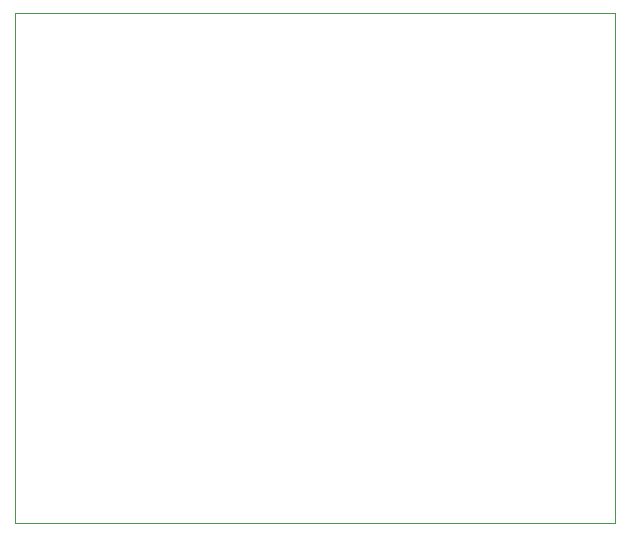
<source format=gbr>
%TF.GenerationSoftware,Altium Limited,Altium Designer,19.1.7 (138)*%
G04 Layer_Color=0*
%FSLAX45Y45*%
%MOMM*%
%TF.FileFunction,Profile,NP*%
%TF.Part,Single*%
G01*
G75*
%TA.AperFunction,Profile*%
%ADD61C,0.02540*%
D61*
X3302000Y3302000D02*
X8382000D01*
Y7620000D01*
X3302000D01*
Y3302000D01*
%TF.MD5,1630ef0904ea7f81a0c8e7d83babe55d*%
M02*

</source>
